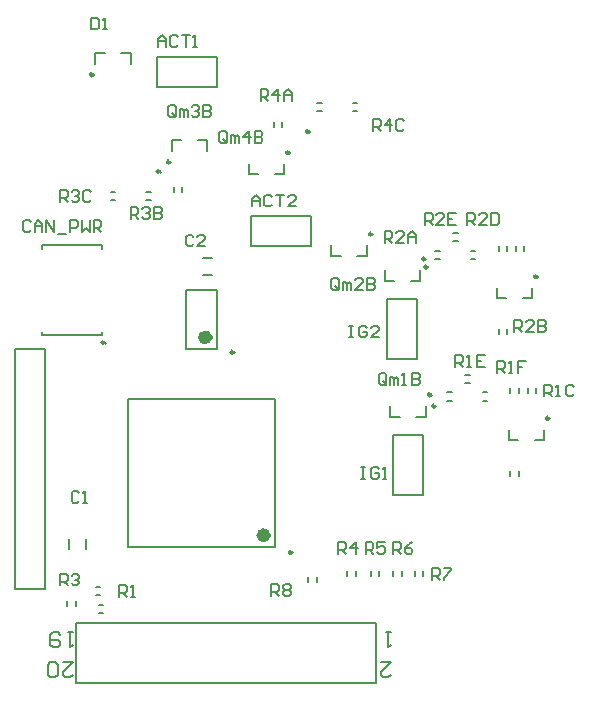
<source format=gto>
%FSLAX24Y24*%
%MOIN*%
%SFA1B1*%

%IPPOS*%
%ADD24C,0.009840*%
%ADD32C,0.023620*%
%ADD33C,0.007870*%
%ADD34C,0.008000*%
%LNdeploy-1*%
%LPD*%
G54D24*
X9616Y17972D02*
D01*
D01*
G75*
G03X9517I-49J0D01*
G74*G01*
D01*
G75*
G03X9616I49J0D01*
G74*G01*
X7765Y11316D02*
D01*
D01*
G75*
G03X7667I-49J0D01*
G74*G01*
D01*
G75*
G03X7765I49J0D01*
G74*G01*
X3080Y20570D02*
D01*
D01*
G75*
G03X2982I-49J0D01*
G74*G01*
D01*
G75*
G03X3080I49J0D01*
G74*G01*
X12372Y15255D02*
D01*
D01*
G75*
G03X12273I-49J0D01*
G74*G01*
D01*
G75*
G03X12372I49J0D01*
G74*G01*
X14488Y9520D02*
D01*
D01*
G75*
G03X14390I-49J0D01*
G74*G01*
D01*
G75*
G03X14488I49J0D01*
G74*G01*
X18277Y9114D02*
D01*
D01*
G75*
G03X18179I-49J0D01*
G74*G01*
D01*
G75*
G03X18277I49J0D01*
G74*G01*
X14222Y14159D02*
D01*
D01*
G75*
G03X14124I-49J0D01*
G74*G01*
D01*
G75*
G03X14222I49J0D01*
G74*G01*
X5300Y17336D02*
D01*
D01*
G75*
G03X5202I-49J0D01*
G74*G01*
D01*
G75*
G03X5300I49J0D01*
G74*G01*
X5639Y17657D02*
D01*
D01*
G75*
G03X5541I-49J0D01*
G74*G01*
D01*
G75*
G03X5639I49J0D01*
G74*G01*
X10279Y18673D02*
D01*
D01*
G75*
G03X10181I-49J0D01*
G74*G01*
D01*
G75*
G03X10279I49J0D01*
G74*G01*
X9714Y4645D02*
D01*
D01*
G75*
G03X9616I-49J0D01*
G74*G01*
D01*
G75*
G03X9714I49J0D01*
G74*G01*
X3461Y11635D02*
D01*
D01*
G75*
G03X3363I-49J0D01*
G74*G01*
D01*
G75*
G03X3461I49J0D01*
G74*G01*
X14143Y14429D02*
D01*
D01*
G75*
G03X14045I-49J0D01*
G74*G01*
D01*
G75*
G03X14143I49J0D01*
G74*G01*
X14340Y9901D02*
D01*
D01*
G75*
G03X14242I-49J0D01*
G74*G01*
D01*
G75*
G03X14340I49J0D01*
G74*G01*
X17883Y13838D02*
D01*
D01*
G75*
G03X17785I-49J0D01*
G74*G01*
D01*
G75*
G03X17883I49J0D01*
G74*G01*
G54D32*
X6929Y11811D02*
D01*
D01*
G75*
G03X6692I-118J0D01*
G74*G01*
D01*
G75*
G03X6929I118J0D01*
G74*G01*
X8877Y5216D02*
D01*
D01*
G75*
G03X8641I-118J0D01*
G74*G01*
D01*
G75*
G03X8877I118J0D01*
G74*G01*
G54D33*
X13090Y3858D02*
Y4015D01*
X13366Y3858D02*
Y4015D01*
X13799Y3858D02*
Y4015D01*
X14074Y3858D02*
Y4015D01*
X12342Y3858D02*
Y4015D01*
X12618Y3858D02*
Y4015D01*
X11555Y3858D02*
Y4015D01*
X11830Y3858D02*
Y4015D01*
X10255Y3661D02*
Y3818D01*
X10531Y3661D02*
Y3818D01*
X484Y3437D02*
Y11437D01*
Y3437D02*
X1484D01*
Y11437*
X484D02*
X1484D01*
X15078Y15019D02*
X15236D01*
X15078Y15295D02*
X15236D01*
X9448Y17244D02*
Y17598D01*
X9133Y17244D02*
X9448D01*
X8267D02*
Y17598D01*
Y17244D02*
X8582D01*
X9114Y18818D02*
Y18976D01*
X9389Y18818D02*
Y18976D01*
X2854Y4763D02*
Y5078D01*
X2263Y4763D02*
Y5078D01*
X3169Y3208D02*
X3326D01*
X3169Y3484D02*
X3326D01*
X5208Y20169D02*
X7208D01*
Y21169*
X5208D02*
X7208D01*
X5208Y20169D02*
Y21169D01*
X8342Y15854D02*
X10342D01*
X8342Y14854D02*
Y15854D01*
Y14854D02*
X10342D01*
Y15854*
X6732Y14468D02*
X7047D01*
X6732Y13878D02*
X7047D01*
X7204Y11417D02*
Y13385D01*
X6181Y11417D02*
Y13385D01*
Y11417D02*
X7204D01*
X6181Y13385D02*
X7204D01*
X4015Y21289D02*
X4330D01*
Y20935D02*
Y21289D01*
X3149D02*
X3464D01*
X3149Y20935D02*
Y21289D01*
X11023Y14537D02*
X11338D01*
X11023D02*
Y14891D01*
X11889Y14537D02*
X12204D01*
Y14891*
X2507Y2287D02*
X11757D01*
X2507Y287D02*
X11757D01*
X12507*
Y2287*
X11757D02*
X12507D01*
X2507Y287D02*
Y2287D01*
X18110Y8385D02*
Y8740D01*
X17795Y8385D02*
X18110D01*
X16929D02*
Y8740D01*
Y8385D02*
X17244D01*
X5708Y18031D02*
Y18385D01*
X6023*
X6889Y18031D02*
Y18385D01*
X6574D02*
X6889D01*
X14881Y9980D02*
X15039D01*
X14881Y9704D02*
X15039D01*
X16988Y7204D02*
Y7362D01*
X17263Y7204D02*
Y7362D01*
X16063Y9980D02*
X16220D01*
X16063Y9704D02*
X16220D01*
X3267Y2618D02*
X3425D01*
X3267Y2893D02*
X3425D01*
X6043Y16653D02*
Y16811D01*
X5767Y16653D02*
Y16811D01*
X10551Y19350D02*
X10708D01*
X10551Y19626D02*
X10708D01*
X4232Y9744D02*
X9153D01*
X4232Y4822D02*
X9153D01*
X4232D02*
Y9744D01*
X9153Y4822D02*
Y9744D01*
X1362Y11885D02*
X3362D01*
X1362D02*
Y12003D01*
X3362Y11885D02*
Y12003D01*
X1362Y14767D02*
Y14885D01*
X3362Y14767D02*
Y14885D01*
X1362D02*
X3362D01*
X2224Y2874D02*
Y3031D01*
X2500Y2874D02*
Y3031D01*
X3661Y16397D02*
X3818D01*
X3661Y16673D02*
X3818D01*
X4842D02*
X5000D01*
X4842Y16397D02*
X5000D01*
X13976Y13700D02*
Y14055D01*
X13661Y13700D02*
X13976D01*
X12795D02*
Y14055D01*
Y13700D02*
X13110D01*
X13885Y11098D02*
Y13098D01*
X12885D02*
X13885D01*
X12885Y11098D02*
Y13098D01*
Y11098D02*
X13885D01*
X15472Y10295D02*
X15629D01*
X15472Y10570D02*
X15629D01*
X14173Y9173D02*
Y9527D01*
X13858Y9173D02*
X14173D01*
X12992D02*
Y9527D01*
Y9173D02*
X13307D01*
X14082Y6570D02*
Y8570D01*
X13082D02*
X14082D01*
X13082Y6570D02*
Y8570D01*
Y6570D02*
X14082D01*
X17578Y9960D02*
Y10118D01*
X17854Y9960D02*
Y10118D01*
X16988Y9960D02*
Y10118D01*
X17263Y9960D02*
Y10118D01*
X16594Y11929D02*
Y12086D01*
X16870Y11929D02*
Y12086D01*
X16594Y14685D02*
Y14842D01*
X16870Y14685D02*
Y14842D01*
X17185Y14685D02*
Y14842D01*
X17460Y14685D02*
Y14842D01*
X17716Y13110D02*
Y13464D01*
X17401Y13110D02*
X17716D01*
X16535D02*
Y13464D01*
Y13110D02*
X16850D01*
X14488Y14704D02*
X14645D01*
X14488Y14429D02*
X14645D01*
X15669Y14704D02*
X15826D01*
X15669Y14429D02*
X15826D01*
X11732Y19626D02*
X11889D01*
X11732Y19350D02*
X11889D01*
X13070Y4606D02*
Y4999D01*
X13267*
X13333Y4934*
Y4803*
X13267Y4737*
X13070*
X13202D02*
X13333Y4606D01*
X13726Y4999D02*
X13595Y4934D01*
X13464Y4803*
Y4671*
X13530Y4606*
X13661*
X13726Y4671*
Y4737*
X13661Y4803*
X13464*
X14370Y3740D02*
Y4133D01*
X14566*
X14632Y4068*
Y3936*
X14566Y3871*
X14370*
X14501D02*
X14632Y3740D01*
X14763Y4133D02*
X15026D01*
Y4068*
X14763Y3805*
Y3740*
X12165Y4606D02*
Y4999D01*
X12362*
X12427Y4934*
Y4803*
X12362Y4737*
X12165*
X12296D02*
X12427Y4606D01*
X12821Y4999D02*
X12558D01*
Y4803*
X12690Y4868*
X12755*
X12821Y4803*
Y4671*
X12755Y4606*
X12624*
X12558Y4671*
X11259Y4606D02*
Y4999D01*
X11456*
X11522Y4934*
Y4803*
X11456Y4737*
X11259*
X11391D02*
X11522Y4606D01*
X11850D02*
Y4999D01*
X11653Y4803*
X11915*
X9015Y3189D02*
Y3582D01*
X9212*
X9278Y3517*
Y3385*
X9212Y3320*
X9015*
X9146D02*
X9278Y3189D01*
X9409Y3517D02*
X9474Y3582D01*
X9606*
X9671Y3517*
Y3451*
X9606Y3385*
X9671Y3320*
Y3254*
X9606Y3189*
X9474*
X9409Y3254*
Y3320*
X9474Y3385*
X9409Y3451*
Y3517*
X9474Y3385D02*
X9606D01*
X14133Y15551D02*
Y15944D01*
X14330*
X14396Y15879*
Y15748*
X14330Y15682*
X14133*
X14265D02*
X14396Y15551D01*
X14789D02*
X14527D01*
X14789Y15813*
Y15879*
X14724Y15944*
X14593*
X14527Y15879*
X15183Y15944D02*
X14921D01*
Y15551*
X15183*
X14921Y15748D02*
X15052D01*
X7545Y18372D02*
Y18635D01*
X7480Y18700*
X7349*
X7283Y18635*
Y18372*
X7349Y18307*
X7480*
X7414Y18438D02*
X7545Y18307D01*
X7480D02*
X7545Y18372D01*
X7677Y18307D02*
Y18569D01*
X7742*
X7808Y18503*
Y18307*
Y18503*
X7873Y18569*
X7939Y18503*
Y18307*
X8267D02*
Y18700D01*
X8070Y18503*
X8333*
X8464Y18700D02*
Y18307D01*
X8661*
X8726Y18372*
Y18438*
X8661Y18503*
X8464*
X8661*
X8726Y18569*
Y18635*
X8661Y18700*
X8464*
X8661Y19685D02*
Y20078D01*
X8858*
X8923Y20013*
Y19881*
X8858Y19816*
X8661*
X8792D02*
X8923Y19685D01*
X9251D02*
Y20078D01*
X9055Y19881*
X9317*
X9448Y19685D02*
Y19947D01*
X9579Y20078*
X9711Y19947*
Y19685*
Y19881*
X9448*
X2624Y6627D02*
X2559Y6692D01*
X2427*
X2362Y6627*
Y6364*
X2427Y6299*
X2559*
X2624Y6364*
X2755Y6299D02*
X2887D01*
X2821*
Y6692*
X2755Y6627*
X3937Y3149D02*
Y3543D01*
X4133*
X4199Y3477*
Y3346*
X4133Y3280*
X3937*
X4068D02*
X4199Y3149D01*
X4330D02*
X4461D01*
X4396*
Y3543*
X4330Y3477*
X5245Y21485D02*
Y21747D01*
X5376Y21878*
X5507Y21747*
Y21485*
Y21681*
X5245*
X5900Y21812D02*
X5835Y21878D01*
X5704*
X5638Y21812*
Y21550*
X5704Y21485*
X5835*
X5900Y21550*
X6032Y21878D02*
X6294D01*
X6163*
Y21485*
X6425D02*
X6556D01*
X6491*
Y21878*
X6425Y21812*
X8385Y16175D02*
Y16437D01*
X8516Y16568*
X8647Y16437*
Y16175*
Y16371*
X8385*
X9040Y16502D02*
X8975Y16568D01*
X8844*
X8778Y16502*
Y16240*
X8844Y16175*
X8975*
X9040Y16240*
X9172Y16568D02*
X9434D01*
X9303*
Y16175*
X9828D02*
X9565D01*
X9828Y16437*
Y16502*
X9762Y16568*
X9631*
X9565Y16502*
X6427Y15172D02*
X6361Y15238D01*
X6230*
X6165Y15172*
Y14910*
X6230Y14845*
X6361*
X6427Y14910*
X6820Y14845D02*
X6558D01*
X6820Y15107*
Y15172*
X6755Y15238*
X6624*
X6558Y15172*
X3015Y22468D02*
Y22075D01*
X3211*
X3277Y22140*
Y22402*
X3211Y22468*
X3015*
X3408Y22075D02*
X3539D01*
X3474*
Y22468*
X3408Y22402*
X12007Y7480D02*
X12139D01*
X12073*
Y7086*
X12007*
X12139*
X12598Y7414D02*
X12532Y7480D01*
X12401*
X12335Y7414*
Y7152*
X12401Y7086*
X12532*
X12598Y7152*
Y7283*
X12467*
X12729Y7086D02*
X12860D01*
X12795*
Y7480*
X12729Y7414*
X11614Y12204D02*
X11745D01*
X11679*
Y11811*
X11614*
X11745*
X12204Y12139D02*
X12138Y12204D01*
X12007*
X11942Y12139*
Y11876*
X12007Y11811*
X12138*
X12204Y11876*
Y12007*
X12073*
X12598Y11811D02*
X12335D01*
X12598Y12073*
Y12139*
X12532Y12204*
X12401*
X12335Y12139*
X12860Y10301D02*
Y10564D01*
X12795Y10629*
X12664*
X12598Y10564*
Y10301*
X12664Y10236*
X12795*
X12729Y10367D02*
X12860Y10236D01*
X12795D02*
X12860Y10301D01*
X12992Y10236D02*
Y10498D01*
X13057*
X13123Y10433*
Y10236*
Y10433*
X13188Y10498*
X13254Y10433*
Y10236*
X13385D02*
X13516D01*
X13451*
Y10629*
X13385Y10564*
X13713Y10629D02*
Y10236D01*
X13910*
X13975Y10301*
Y10367*
X13910Y10433*
X13713*
X13910*
X13975Y10498*
Y10564*
X13910Y10629*
X13713*
X11286Y13451D02*
Y13713D01*
X11220Y13779*
X11089*
X11023Y13713*
Y13451*
X11089Y13385*
X11220*
X11154Y13517D02*
X11286Y13385D01*
X11220D02*
X11286Y13451D01*
X11417Y13385D02*
Y13648D01*
X11482*
X11548Y13582*
Y13385*
Y13582*
X11614Y13648*
X11679Y13582*
Y13385*
X12073D02*
X11810D01*
X12073Y13648*
Y13713*
X12007Y13779*
X11876*
X11810Y13713*
X12204Y13779D02*
Y13385D01*
X12401*
X12466Y13451*
Y13517*
X12401Y13582*
X12204*
X12401*
X12466Y13648*
Y13713*
X12401Y13779*
X12204*
X5837Y19220D02*
Y19482D01*
X5771Y19548*
X5640*
X5575Y19482*
Y19220*
X5640Y19155*
X5771*
X5706Y19286D02*
X5837Y19155D01*
X5771D02*
X5837Y19220D01*
X5968Y19155D02*
Y19417D01*
X6034*
X6099Y19351*
Y19155*
Y19351*
X6165Y19417*
X6230Y19351*
Y19155*
X6362Y19482D02*
X6427Y19548D01*
X6558*
X6624Y19482*
Y19417*
X6558Y19351*
X6493*
X6558*
X6624Y19286*
Y19220*
X6558Y19155*
X6427*
X6362Y19220*
X6755Y19548D02*
Y19155D01*
X6952*
X7018Y19220*
Y19286*
X6952Y19351*
X6755*
X6952*
X7018Y19417*
Y19482*
X6952Y19548*
X6755*
X18110Y9842D02*
Y10236D01*
X18307*
X18372Y10170*
Y10039*
X18307Y9973*
X18110*
X18241D02*
X18372Y9842D01*
X18503D02*
X18635D01*
X18569*
Y10236*
X18503Y10170*
X19094D02*
X19028Y10236D01*
X18897*
X18831Y10170*
Y9908*
X18897Y9842*
X19028*
X19094Y9908*
X15157Y10826D02*
Y11220D01*
X15354*
X15419Y11154*
Y11023*
X15354Y10958*
X15157*
X15288D02*
X15419Y10826D01*
X15551D02*
X15682D01*
X15616*
Y11220*
X15551Y11154*
X16141Y11220D02*
X15879D01*
Y10826*
X16141*
X15879Y11023D02*
X16010D01*
X16535Y10629D02*
Y11023D01*
X16732*
X16797Y10957*
Y10826*
X16732Y10761*
X16535*
X16666D02*
X16797Y10629D01*
X16929D02*
X17060D01*
X16994*
Y11023*
X16929Y10957*
X17519Y11023D02*
X17257D01*
Y10826*
X17388*
X17257*
Y10629*
X12795Y14960D02*
Y15354D01*
X12992*
X13057Y15288*
Y15157*
X12992Y15091*
X12795*
X12926D02*
X13057Y14960D01*
X13451D02*
X13188D01*
X13451Y15223*
Y15288*
X13385Y15354*
X13254*
X13188Y15288*
X13582Y14960D02*
Y15223D01*
X13713Y15354*
X13844Y15223*
Y14960*
Y15157*
X13582*
X17126Y12007D02*
Y12401D01*
X17322*
X17388Y12335*
Y12204*
X17322Y12139*
X17126*
X17257D02*
X17388Y12007D01*
X17781D02*
X17519D01*
X17781Y12270*
Y12335*
X17716Y12401*
X17585*
X17519Y12335*
X17913Y12401D02*
Y12007D01*
X18109*
X18175Y12073*
Y12139*
X18109Y12204*
X17913*
X18109*
X18175Y12270*
Y12335*
X18109Y12401*
X17913*
X15551Y15551D02*
Y15944D01*
X15748*
X15813Y15879*
Y15748*
X15748Y15682*
X15551*
X15682D02*
X15813Y15551D01*
X16207D02*
X15944D01*
X16207Y15813*
Y15879*
X16141Y15944*
X16010*
X15944Y15879*
X16338Y15944D02*
Y15551D01*
X16535*
X16600Y15616*
Y15879*
X16535Y15944*
X16338*
X4330Y15748D02*
Y16141D01*
X4527*
X4593Y16076*
Y15944*
X4527Y15879*
X4330*
X4461D02*
X4593Y15748D01*
X4724Y16076D02*
X4789Y16141D01*
X4921*
X4986Y16076*
Y16010*
X4921Y15944*
X4855*
X4921*
X4986Y15879*
Y15813*
X4921Y15748*
X4789*
X4724Y15813*
X5117Y16141D02*
Y15748D01*
X5314*
X5380Y15813*
Y15879*
X5314Y15944*
X5117*
X5314*
X5380Y16010*
Y16076*
X5314Y16141*
X5117*
X1968Y16338D02*
Y16732D01*
X2165*
X2230Y16666*
Y16535*
X2165Y16469*
X1968*
X2099D02*
X2230Y16338D01*
X2362Y16666D02*
X2427Y16732D01*
X2558*
X2624Y16666*
Y16601*
X2558Y16535*
X2493*
X2558*
X2624Y16469*
Y16404*
X2558Y16338*
X2427*
X2362Y16404*
X3018Y16666D02*
X2952Y16732D01*
X2821*
X2755Y16666*
Y16404*
X2821Y16338*
X2952*
X3018Y16404*
X1968Y3543D02*
Y3936D01*
X2165*
X2230Y3871*
Y3740*
X2165Y3674*
X1968*
X2099D02*
X2230Y3543D01*
X2362Y3871D02*
X2427Y3936D01*
X2558*
X2624Y3871*
Y3805*
X2558Y3740*
X2493*
X2558*
X2624Y3674*
Y3608*
X2558Y3543*
X2427*
X2362Y3608*
X12401Y18700D02*
Y19094D01*
X12598*
X12664Y19028*
Y18897*
X12598Y18832*
X12401*
X12532D02*
X12664Y18700D01*
X12991D02*
Y19094D01*
X12795Y18897*
X13057*
X13451Y19028D02*
X13385Y19094D01*
X13254*
X13188Y19028*
Y18766*
X13254Y18700*
X13385*
X13451Y18766*
X997Y15652D02*
X931Y15718D01*
X800*
X735Y15652*
Y15390*
X800Y15325*
X931*
X997Y15390*
X1128Y15325D02*
Y15587D01*
X1259Y15718*
X1390Y15587*
Y15325*
Y15521*
X1128*
X1522Y15325D02*
Y15718D01*
X1784Y15325*
Y15718*
X1915Y15259D02*
X2178D01*
X2309Y15325D02*
Y15718D01*
X2506*
X2571Y15652*
Y15521*
X2506Y15456*
X2309*
X2702Y15718D02*
Y15325D01*
X2834Y15456*
X2965Y15325*
Y15718*
X3096Y15325D02*
Y15718D01*
X3293*
X3358Y15652*
Y15521*
X3293Y15456*
X3096*
X3227D02*
X3358Y15325D01*
G54D34*
X12674Y987D02*
X13007D01*
X12674Y654*
Y570*
X12757Y487*
X12924*
X13007Y570*
Y1987D02*
X12841D01*
X12924*
Y1487*
X13007Y1570*
X2407Y1987D02*
X2241D01*
X2324*
Y1487*
X2407Y1570*
X1991Y1904D02*
X1908Y1987D01*
X1741*
X1658Y1904*
Y1570*
X1741Y1487*
X1908*
X1991Y1570*
Y1654*
X1908Y1737*
X1658*
X2074Y987D02*
X2407D01*
X2074Y654*
Y570*
X2157Y487*
X2324*
X2407Y570*
X1908D02*
X1824Y487D01*
X1658*
X1574Y570*
Y904*
X1658Y987*
X1824*
X1908Y904*
Y570*
M02*
</source>
